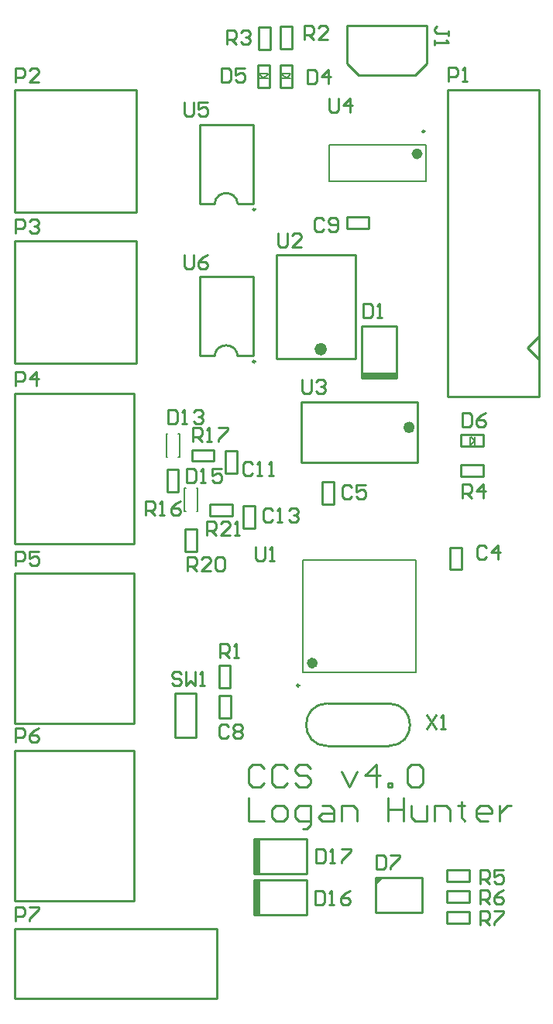
<source format=gto>
G04 Layer_Color=65535*
%FSLAX44Y44*%
%MOMM*%
G71*
G01*
G75*
%ADD23C,0.2540*%
%ADD40C,0.2500*%
%ADD41C,0.6000*%
%ADD42C,0.1524*%
%ADD43C,0.2000*%
%ADD44C,0.1270*%
%ADD45R,0.5080X3.6830*%
%ADD46R,3.6830X0.5080*%
D23*
X346127Y725839D02*
G03*
X346127Y725839I-5680J0D01*
G01*
X344463D02*
G03*
X344463Y725839I-4016J0D01*
G01*
X342987D02*
G03*
X342987Y725839I-2540J0D01*
G01*
X341717D02*
G03*
X341717Y725839I-1270J0D01*
G01*
X436941Y639054D02*
G03*
X435671Y640324I0J1270D01*
G01*
X434401D02*
G03*
X434669Y641460I2540J0D01*
G01*
X440751Y640324D02*
G03*
X440751Y640324I-3810J0D01*
G01*
X442021D02*
G03*
X442021Y640324I-5080J0D01*
G01*
X249698Y718464D02*
G03*
X224413Y718578I-12648J-1150D01*
G01*
X268800Y712234D02*
G03*
X268800Y712234I-1270J0D01*
G01*
X347767Y338600D02*
G03*
X347767Y292100I0J-23250D01*
G01*
X414767D02*
G03*
X414767Y338600I0J23250D01*
G01*
X249698Y884834D02*
G03*
X224413Y884948I-12648J-1150D01*
G01*
X268800Y878604D02*
G03*
X268800Y878604I-1270J0D01*
G01*
X342087Y580958D02*
X354587D01*
X342087Y556458D02*
Y580958D01*
Y556458D02*
X354587D01*
Y580958D01*
X267665Y190327D02*
X324815D01*
Y152227D02*
Y190327D01*
X267665Y152227D02*
X324815D01*
X267665D02*
Y190327D01*
Y146048D02*
X324815D01*
Y107948D02*
Y146048D01*
X267665Y107948D02*
X324815D01*
X267665D02*
Y146048D01*
X518475Y587176D02*
Y599676D01*
X493975D02*
X518475D01*
X493975Y587176D02*
Y599676D01*
Y587176D02*
X518475D01*
X229733Y346983D02*
X242233D01*
X229733Y322483D02*
Y346983D01*
Y322483D02*
X242233D01*
Y346983D01*
X385383Y694174D02*
Y751324D01*
X423484D01*
Y694174D02*
Y751324D01*
X385383Y694174D02*
X423484D01*
X292187Y715679D02*
Y828709D01*
X378547D01*
Y715679D02*
Y828709D01*
X292187Y715679D02*
X378547D01*
X318831Y668264D02*
X445831D01*
X318831Y602224D02*
Y668264D01*
Y602224D02*
X445831D01*
Y668264D01*
X494005Y632336D02*
X518505D01*
Y619836D02*
Y632336D01*
X494005Y619836D02*
X518505D01*
X494005D02*
Y632336D01*
X229204Y355411D02*
X241704D01*
Y379911D01*
X229204D02*
X241704D01*
X229204Y355411D02*
Y379911D01*
X368729Y870416D02*
X393229D01*
Y857916D02*
Y870416D01*
X368729Y857916D02*
X393229D01*
X368729D02*
Y870416D01*
X207846Y718578D02*
X224413D01*
X249818Y718584D02*
X266260D01*
X209110Y804944D02*
X266260D01*
X207840Y718584D02*
Y804944D01*
X266260Y718584D02*
Y804944D01*
X284900Y1053442D02*
Y1077942D01*
X272400Y1053442D02*
X284900D01*
X272400D02*
Y1077942D01*
X284900D01*
X309116Y1053827D02*
Y1078327D01*
X296616Y1053827D02*
X309116D01*
X296616D02*
Y1078327D01*
X309116D01*
X296616Y1036657D02*
X309116D01*
X296616Y1012157D02*
Y1036657D01*
Y1012157D02*
X309116D01*
Y1036657D01*
X271930Y1036620D02*
X284430D01*
X271930Y1012120D02*
Y1036620D01*
Y1012120D02*
X284430D01*
Y1036620D01*
X502486Y98263D02*
Y110763D01*
X477985D02*
X502486D01*
X477985Y98263D02*
Y110763D01*
Y98263D02*
X502486D01*
Y121317D02*
Y133817D01*
X477985D02*
X502486D01*
X477985Y121317D02*
Y133817D01*
Y121317D02*
X502486D01*
Y144371D02*
Y156871D01*
X477985D02*
X502486D01*
X477985Y144371D02*
Y156871D01*
Y144371D02*
X502486D01*
X347767Y338600D02*
X414767D01*
X347767Y292100D02*
X414767D01*
X481599Y509311D02*
X494099D01*
X481599Y484811D02*
Y509311D01*
Y484811D02*
X494099D01*
Y509311D01*
X400122Y145232D02*
X403297D01*
X402662Y145867D02*
X404567Y147772D01*
Y148407D01*
X402662D02*
X404567D01*
X400122Y145867D02*
X402662Y148407D01*
X400122Y145867D02*
X402662Y148407D01*
X404567D01*
X402662D02*
X406472D01*
X400122Y145867D02*
X402662Y148407D01*
X400122Y145867D02*
Y148407D01*
Y142057D02*
Y148407D01*
Y142057D02*
X406472Y148407D01*
X450922Y110307D02*
Y119197D01*
X400122Y110307D02*
X450922D01*
X400122D02*
Y148407D01*
X450922D01*
Y114117D02*
Y148407D01*
X207846Y884948D02*
X224413D01*
X249818Y884954D02*
X266260D01*
X209110Y971314D02*
X266260D01*
X207840Y884954D02*
Y971314D01*
X266260Y884954D02*
Y971314D01*
X5576Y16140D02*
Y92339D01*
Y16140D02*
X226556D01*
Y92339D01*
X5576D02*
X226556D01*
X5505Y710004D02*
X138505D01*
Y844004D01*
X5505D02*
X138505D01*
X5505Y710004D02*
Y844004D01*
Y316413D02*
Y480663D01*
X136505D01*
X5505Y316413D02*
X136505D01*
Y480663D01*
X5505Y875104D02*
X138505D01*
Y1009104D01*
X5505D02*
X138505D01*
X5505Y875104D02*
Y1009104D01*
Y512763D02*
Y677013D01*
X136505D01*
X5505Y512763D02*
X136505D01*
Y677013D01*
X5505Y123023D02*
Y287273D01*
X136505D01*
X5505Y123023D02*
X136505D01*
Y287273D01*
X478909Y1009104D02*
X579240D01*
X478909Y673824D02*
Y1009104D01*
Y673824D02*
X579240D01*
Y1009104D01*
Y738594D02*
Y739864D01*
X566539Y727164D02*
X579240Y739864D01*
X566539Y727164D02*
X579240Y714464D01*
X368960Y1038125D02*
X381660Y1025425D01*
X368960Y1038125D02*
Y1049555D01*
Y1079625D01*
X456590Y1050825D02*
Y1079625D01*
Y1038125D02*
Y1050825D01*
X443890Y1025425D02*
X456590Y1038125D01*
X381660Y1025425D02*
X443890D01*
X368960Y1079625D02*
X456590D01*
X199408Y616002D02*
X223908D01*
Y603502D02*
Y616002D01*
X199408Y603502D02*
X223908D01*
X199408D02*
Y616002D01*
X172448Y570274D02*
Y594774D01*
X184948D01*
Y570274D02*
Y594774D01*
X172448Y570274D02*
X184948D01*
X236183Y590289D02*
Y614789D01*
X248683D01*
Y590289D02*
Y614789D01*
X236183Y590289D02*
X248683D01*
X192354Y504943D02*
Y529443D01*
X204854D01*
Y504943D02*
Y529443D01*
X192354Y504943D02*
X204854D01*
X219056Y556513D02*
X243556D01*
Y544013D02*
Y556513D01*
X219056Y544013D02*
X243556D01*
X219056D02*
Y556513D01*
X255771Y530448D02*
Y554948D01*
X268271D01*
Y530448D02*
Y554948D01*
X255771Y530448D02*
X268271D01*
X204363Y301705D02*
Y349965D01*
X181503Y301705D02*
X204363D01*
X181503D02*
Y349965D01*
X204363D01*
X278182Y268036D02*
X273950Y272268D01*
X265486D01*
X261254Y268036D01*
Y251108D01*
X265486Y246876D01*
X273950D01*
X278182Y251108D01*
X303573Y268036D02*
X299342Y272268D01*
X290877D01*
X286646Y268036D01*
Y251108D01*
X290877Y246876D01*
X299342D01*
X303573Y251108D01*
X328965Y268036D02*
X324733Y272268D01*
X316269D01*
X312037Y268036D01*
Y263804D01*
X316269Y259572D01*
X324733D01*
X328965Y255340D01*
Y251108D01*
X324733Y246876D01*
X316269D01*
X312037Y251108D01*
X362821Y263804D02*
X371285Y246876D01*
X379749Y263804D01*
X400909Y246876D02*
Y272268D01*
X388213Y259572D01*
X405141D01*
X413605Y246876D02*
Y251108D01*
X417836D01*
Y246876D01*
X413605D01*
X434764Y268036D02*
X438996Y272268D01*
X447460D01*
X451692Y268036D01*
Y251108D01*
X447460Y246876D01*
X438996D01*
X434764Y251108D01*
Y268036D01*
X261254Y235702D02*
Y210310D01*
X278182D01*
X290877D02*
X299342D01*
X303573Y214542D01*
Y223006D01*
X299342Y227238D01*
X290877D01*
X286646Y223006D01*
Y214542D01*
X290877Y210310D01*
X320501Y201846D02*
X324733D01*
X328965Y206078D01*
Y227238D01*
X316269D01*
X312037Y223006D01*
Y214542D01*
X316269Y210310D01*
X328965D01*
X341661Y227238D02*
X350125D01*
X354357Y223006D01*
Y210310D01*
X341661D01*
X337429Y214542D01*
X341661Y218774D01*
X354357D01*
X362821Y210310D02*
Y227238D01*
X375517D01*
X379749Y223006D01*
Y210310D01*
X413605Y235702D02*
Y210310D01*
Y223006D01*
X430532D01*
Y235702D01*
Y210310D01*
X438996Y227238D02*
Y214542D01*
X443228Y210310D01*
X455924D01*
Y227238D01*
X464388Y210310D02*
Y227238D01*
X477084D01*
X481316Y223006D01*
Y210310D01*
X494012Y231470D02*
Y227238D01*
X489780D01*
X498244D01*
X494012D01*
Y214542D01*
X498244Y210310D01*
X523636D02*
X515172D01*
X510940Y214542D01*
Y223006D01*
X515172Y227238D01*
X523636D01*
X527868Y223006D01*
Y218774D01*
X510940D01*
X536332Y227238D02*
Y210310D01*
Y218774D01*
X540564Y223006D01*
X544795Y227238D01*
X549027D01*
X335486Y179233D02*
Y163999D01*
X343104D01*
X345643Y166538D01*
Y176694D01*
X343104Y179233D01*
X335486D01*
X350721Y163999D02*
X355800D01*
X353260D01*
Y179233D01*
X350721Y176694D01*
X363417Y179233D02*
X373574D01*
Y176694D01*
X363417Y166538D01*
Y163999D01*
X334273Y133742D02*
Y118506D01*
X341891D01*
X344430Y121046D01*
Y131202D01*
X341891Y133742D01*
X334273D01*
X349508Y118506D02*
X354586D01*
X352047D01*
Y133742D01*
X349508Y131202D01*
X372361Y133742D02*
X367282Y131202D01*
X362204Y126124D01*
Y121046D01*
X364743Y118506D01*
X369822D01*
X372361Y121046D01*
Y123585D01*
X369822Y126124D01*
X362204D01*
X320127Y692271D02*
Y679575D01*
X322666Y677036D01*
X327744D01*
X330284Y679575D01*
Y692271D01*
X335362Y689732D02*
X337901Y692271D01*
X342980D01*
X345519Y689732D01*
Y687192D01*
X342980Y684653D01*
X340440D01*
X342980D01*
X345519Y682114D01*
Y679575D01*
X342980Y677036D01*
X337901D01*
X335362Y679575D01*
X293511Y852915D02*
Y840219D01*
X296050Y837680D01*
X301128D01*
X303667Y840219D01*
Y852915D01*
X318902Y837680D02*
X308746D01*
X318902Y847837D01*
Y850376D01*
X316363Y852915D01*
X311285D01*
X308746Y850376D01*
X187580Y370966D02*
X185041Y373505D01*
X179963D01*
X177423Y370966D01*
Y368427D01*
X179963Y365888D01*
X185041D01*
X187580Y363348D01*
Y360809D01*
X185041Y358270D01*
X179963D01*
X177423Y360809D01*
X192659Y373505D02*
Y358270D01*
X197737Y363348D01*
X202815Y358270D01*
Y373505D01*
X207894Y358270D02*
X212972D01*
X210433D01*
Y373505D01*
X207894Y370966D01*
X494947Y562763D02*
Y577998D01*
X502564D01*
X505103Y575459D01*
Y570381D01*
X502564Y567841D01*
X494947D01*
X500025D02*
X505103Y562763D01*
X517799D02*
Y577998D01*
X510182Y570381D01*
X520338D01*
X230356Y388699D02*
Y403935D01*
X237973D01*
X240513Y401395D01*
Y396317D01*
X237973Y393778D01*
X230356D01*
X235434D02*
X240513Y388699D01*
X245591D02*
X250669D01*
X248130D01*
Y403935D01*
X245591Y401395D01*
X495176Y656396D02*
Y641161D01*
X502793D01*
X505333Y643700D01*
Y653857D01*
X502793Y656396D01*
X495176D01*
X520568D02*
X515489Y653857D01*
X510411Y648778D01*
Y643700D01*
X512950Y641161D01*
X518028D01*
X520568Y643700D01*
Y646239D01*
X518028Y648778D01*
X510411D01*
X386664Y775480D02*
Y760245D01*
X394282D01*
X396821Y762785D01*
Y772941D01*
X394282Y775480D01*
X386664D01*
X401899Y760245D02*
X406978D01*
X404439D01*
Y775480D01*
X401899Y772941D01*
X239398Y313302D02*
X236859Y315841D01*
X231781D01*
X229242Y313302D01*
Y303146D01*
X231781Y300606D01*
X236859D01*
X239398Y303146D01*
X244477Y313302D02*
X247016Y315841D01*
X252094D01*
X254633Y313302D01*
Y310763D01*
X252094Y308224D01*
X254633Y305685D01*
Y303146D01*
X252094Y300606D01*
X247016D01*
X244477Y303146D01*
Y305685D01*
X247016Y308224D01*
X244477Y310763D01*
Y313302D01*
X247016Y308224D02*
X252094D01*
X191584Y829069D02*
Y816373D01*
X194123Y813834D01*
X199202D01*
X201741Y816373D01*
Y829069D01*
X216976D02*
X211898Y826530D01*
X206819Y821451D01*
Y816373D01*
X209358Y813834D01*
X214437D01*
X216976Y816373D01*
Y818912D01*
X214437Y821451D01*
X206819D01*
X456025Y326218D02*
X466182Y310983D01*
Y326218D02*
X456025Y310983D01*
X471260D02*
X476339D01*
X473800D01*
Y326218D01*
X471260Y323679D01*
X269141Y509770D02*
Y497074D01*
X271680Y494534D01*
X276759D01*
X279298Y497074D01*
Y509770D01*
X284376Y494534D02*
X289455D01*
X286915D01*
Y509770D01*
X284376Y507230D01*
X514794Y96776D02*
Y112011D01*
X522412D01*
X524951Y109472D01*
Y104393D01*
X522412Y101854D01*
X514794D01*
X519873D02*
X524951Y96776D01*
X530029Y112011D02*
X540186D01*
Y109472D01*
X530029Y99315D01*
Y96776D01*
X514794Y119559D02*
Y134794D01*
X522412D01*
X524951Y132255D01*
Y127177D01*
X522412Y124638D01*
X514794D01*
X519873D02*
X524951Y119559D01*
X540186Y134794D02*
X535108Y132255D01*
X530029Y127177D01*
Y122099D01*
X532569Y119559D01*
X537647D01*
X540186Y122099D01*
Y124638D01*
X537647Y127177D01*
X530029D01*
X514794Y141631D02*
Y156866D01*
X522412D01*
X524951Y154327D01*
Y149249D01*
X522412Y146709D01*
X514794D01*
X519873D02*
X524951Y141631D01*
X540186Y156866D02*
X530029D01*
Y149249D01*
X535108Y151788D01*
X537647D01*
X540186Y149249D01*
Y144170D01*
X537647Y141631D01*
X532569D01*
X530029Y144170D01*
X401303Y172538D02*
Y157303D01*
X408920D01*
X411459Y159842D01*
Y169999D01*
X408920Y172538D01*
X401303D01*
X416538D02*
X426694D01*
Y169999D01*
X416538Y159842D01*
Y157303D01*
X373837Y575055D02*
X371298Y577594D01*
X366219D01*
X363680Y575055D01*
Y564898D01*
X366219Y562359D01*
X371298D01*
X373837Y564898D01*
X389072Y577594D02*
X378915D01*
Y569977D01*
X383994Y572516D01*
X386533D01*
X389072Y569977D01*
Y564898D01*
X386533Y562359D01*
X381454D01*
X378915Y564898D01*
X521233Y508817D02*
X518694Y511357D01*
X513615D01*
X511076Y508817D01*
Y498661D01*
X513615Y496121D01*
X518694D01*
X521233Y498661D01*
X533929Y496121D02*
Y511357D01*
X526311Y503739D01*
X536468D01*
X343998Y866868D02*
X341459Y869407D01*
X336380D01*
X333841Y866868D01*
Y856711D01*
X336380Y854172D01*
X341459D01*
X343998Y856711D01*
X349076D02*
X351615Y854172D01*
X356694D01*
X359233Y856711D01*
Y866868D01*
X356694Y869407D01*
X351615D01*
X349076Y866868D01*
Y864329D01*
X351615Y861789D01*
X359233D01*
X325807Y1031083D02*
Y1015848D01*
X333424D01*
X335963Y1018387D01*
Y1028544D01*
X333424Y1031083D01*
X325807D01*
X348659Y1015848D02*
Y1031083D01*
X341042Y1023465D01*
X351198D01*
X231982Y1033282D02*
Y1018047D01*
X239599D01*
X242139Y1020586D01*
Y1030743D01*
X239599Y1033282D01*
X231982D01*
X257374D02*
X247217D01*
Y1025665D01*
X252295Y1028204D01*
X254834D01*
X257374Y1025665D01*
Y1020586D01*
X254834Y1018047D01*
X249756D01*
X247217Y1020586D01*
X479767Y1068602D02*
Y1073681D01*
Y1071142D01*
X467071D01*
X464532Y1073681D01*
Y1076220D01*
X467071Y1078759D01*
X464532Y1063524D02*
Y1058446D01*
Y1060985D01*
X479767D01*
X477228Y1063524D01*
X479872Y1018319D02*
Y1033554D01*
X487490D01*
X490029Y1031015D01*
Y1025936D01*
X487490Y1023397D01*
X479872D01*
X495107Y1018319D02*
X500186D01*
X497646D01*
Y1033554D01*
X495107Y1031015D01*
X6769Y1018050D02*
Y1033285D01*
X14387D01*
X16926Y1030746D01*
Y1025667D01*
X14387Y1023128D01*
X6769D01*
X32161Y1018050D02*
X22004D01*
X32161Y1028207D01*
Y1030746D01*
X29622Y1033285D01*
X24544D01*
X22004Y1030746D01*
X6769Y852950D02*
Y868185D01*
X14387D01*
X16926Y865646D01*
Y860567D01*
X14387Y858028D01*
X6769D01*
X22004Y865646D02*
X24544Y868185D01*
X29622D01*
X32161Y865646D01*
Y863107D01*
X29622Y860567D01*
X27083D01*
X29622D01*
X32161Y858028D01*
Y855489D01*
X29622Y852950D01*
X24544D01*
X22004Y855489D01*
X6740Y685881D02*
Y701116D01*
X14357D01*
X16896Y698577D01*
Y693498D01*
X14357Y690959D01*
X6740D01*
X29592Y685881D02*
Y701116D01*
X21975Y693498D01*
X32131D01*
X6740Y489531D02*
Y504766D01*
X14357D01*
X16896Y502226D01*
Y497148D01*
X14357Y494609D01*
X6740D01*
X32131Y504766D02*
X21975D01*
Y497148D01*
X27053Y499687D01*
X29592D01*
X32131Y497148D01*
Y492070D01*
X29592Y489531D01*
X24514D01*
X21975Y492070D01*
X6740Y296141D02*
Y311376D01*
X14357D01*
X16896Y308837D01*
Y303758D01*
X14357Y301219D01*
X6740D01*
X32131Y311376D02*
X27053Y308837D01*
X21975Y303758D01*
Y298680D01*
X24514Y296141D01*
X29592D01*
X32131Y298680D01*
Y301219D01*
X29592Y303758D01*
X21975D01*
X6761Y101242D02*
Y116477D01*
X14378D01*
X16917Y113937D01*
Y108859D01*
X14378Y106320D01*
X6761D01*
X21996Y116477D02*
X32152D01*
Y113937D01*
X21996Y103781D01*
Y101242D01*
X322386Y1063982D02*
Y1079217D01*
X330003D01*
X332543Y1076678D01*
Y1071600D01*
X330003Y1069060D01*
X322386D01*
X327464D02*
X332543Y1063982D01*
X347778D02*
X337621D01*
X347778Y1074139D01*
Y1076678D01*
X345238Y1079217D01*
X340160D01*
X337621Y1076678D01*
X238144Y1059249D02*
Y1074484D01*
X245762D01*
X248301Y1071945D01*
Y1066866D01*
X245762Y1064327D01*
X238144D01*
X243222D02*
X248301Y1059249D01*
X253379Y1071945D02*
X255918Y1074484D01*
X260996D01*
X263536Y1071945D01*
Y1069406D01*
X260996Y1066866D01*
X258457D01*
X260996D01*
X263536Y1064327D01*
Y1061788D01*
X260996Y1059249D01*
X255918D01*
X253379Y1061788D01*
X349416Y1000355D02*
Y987660D01*
X351956Y985120D01*
X357034D01*
X359573Y987660D01*
Y1000355D01*
X372269Y985120D02*
Y1000355D01*
X364651Y992738D01*
X374808D01*
X191584Y995439D02*
Y982743D01*
X194123Y980204D01*
X199202D01*
X201741Y982743D01*
Y995439D01*
X216976D02*
X206819D01*
Y987822D01*
X211898Y990361D01*
X214437D01*
X216976Y987822D01*
Y982743D01*
X214437Y980204D01*
X209358D01*
X206819Y982743D01*
X265844Y600541D02*
X263305Y603080D01*
X258227D01*
X255688Y600541D01*
Y590385D01*
X258227Y587845D01*
X263305D01*
X265844Y590385D01*
X270923Y587845D02*
X276001D01*
X273462D01*
Y603080D01*
X270923Y600541D01*
X283619Y587845D02*
X288697D01*
X286158D01*
Y603080D01*
X283619Y600541D01*
X288096Y549610D02*
X285557Y552149D01*
X280478D01*
X277939Y549610D01*
Y539454D01*
X280478Y536914D01*
X285557D01*
X288096Y539454D01*
X293174Y536914D02*
X298252D01*
X295713D01*
Y552149D01*
X293174Y549610D01*
X305870D02*
X308409Y552149D01*
X313487D01*
X316027Y549610D01*
Y547071D01*
X313487Y544532D01*
X310948D01*
X313487D01*
X316027Y541993D01*
Y539454D01*
X313487Y536914D01*
X308409D01*
X305870Y539454D01*
X173684Y659515D02*
Y644280D01*
X181301D01*
X183841Y646819D01*
Y656975D01*
X181301Y659515D01*
X173684D01*
X188919Y644280D02*
X193997D01*
X191458D01*
Y659515D01*
X188919Y656975D01*
X201615D02*
X204154Y659515D01*
X209232D01*
X211772Y656975D01*
Y654436D01*
X209232Y651897D01*
X206693D01*
X209232D01*
X211772Y649358D01*
Y646819D01*
X209232Y644280D01*
X204154D01*
X201615Y646819D01*
X194170Y595282D02*
Y580047D01*
X201787D01*
X204326Y582587D01*
Y592743D01*
X201787Y595282D01*
X194170D01*
X209405Y580047D02*
X214483D01*
X211944D01*
Y595282D01*
X209405Y592743D01*
X232257Y595282D02*
X222101D01*
Y587665D01*
X227179Y590204D01*
X229718D01*
X232257Y587665D01*
Y582587D01*
X229718Y580047D01*
X224640D01*
X222101Y582587D01*
X149012Y544540D02*
Y559775D01*
X156630D01*
X159169Y557236D01*
Y552157D01*
X156630Y549618D01*
X149012D01*
X154090D02*
X159169Y544540D01*
X164247D02*
X169326D01*
X166786D01*
Y559775D01*
X164247Y557236D01*
X187100Y559775D02*
X182021Y557236D01*
X176943Y552157D01*
Y547079D01*
X179482Y544540D01*
X184561D01*
X187100Y547079D01*
Y549618D01*
X184561Y552157D01*
X176943D01*
X200777Y624997D02*
Y640232D01*
X208395D01*
X210934Y637693D01*
Y632615D01*
X208395Y630076D01*
X200777D01*
X205856D02*
X210934Y624997D01*
X216012D02*
X221091D01*
X218552D01*
Y640232D01*
X216012Y637693D01*
X228708Y640232D02*
X238865D01*
Y637693D01*
X228708Y627537D01*
Y624997D01*
X194870Y483655D02*
Y498890D01*
X202487D01*
X205026Y496351D01*
Y491272D01*
X202487Y488733D01*
X194870D01*
X199948D02*
X205026Y483655D01*
X220262D02*
X210105D01*
X220262Y493812D01*
Y496351D01*
X217722Y498890D01*
X212644D01*
X210105Y496351D01*
X225340D02*
X227879Y498890D01*
X232957D01*
X235497Y496351D01*
Y486194D01*
X232957Y483655D01*
X227879D01*
X225340Y486194D01*
Y496351D01*
X215831Y522429D02*
Y537663D01*
X223449D01*
X225988Y535124D01*
Y530046D01*
X223449Y527507D01*
X215831D01*
X220909D02*
X225988Y522429D01*
X241223D02*
X231066D01*
X241223Y532585D01*
Y535124D01*
X238684Y537663D01*
X233605D01*
X231066Y535124D01*
X246301Y522429D02*
X251380D01*
X248840D01*
Y537663D01*
X246301Y535124D01*
D40*
X316929Y358282D02*
G03*
X316929Y358282I-1250J0D01*
G01*
X454016Y963890D02*
G03*
X454016Y963890I-1250J0D01*
G01*
D41*
X334179Y382782D02*
G03*
X334179Y382782I-3000J0D01*
G01*
X448766Y939390D02*
G03*
X448766Y939390I-3000J0D01*
G01*
D42*
X503685Y621476D02*
Y630366D01*
X508765Y621476D02*
Y630366D01*
X504320D02*
X508765Y625921D01*
X504320Y621476D02*
X508765Y625921D01*
X298256Y1026342D02*
X302701Y1021897D01*
X307146Y1026342D01*
X298256Y1021897D02*
X307146D01*
X298256Y1026977D02*
X307146D01*
X273570Y1026305D02*
X278015Y1021860D01*
X282460Y1026305D01*
X273570Y1021860D02*
X282460D01*
X273570Y1026940D02*
X282460D01*
D43*
X321179Y372782D02*
X444179D01*
X321179Y495782D02*
X444179D01*
X321179Y372782D02*
Y495782D01*
X444179Y372782D02*
Y495782D01*
X349766Y949390D02*
X455766D01*
X349766Y909390D02*
X455766D01*
Y949390D01*
X349766Y909390D02*
Y949390D01*
D44*
X171813Y633423D02*
X173083D01*
X184767Y607769D02*
X186037D01*
X184767Y633169D02*
X186037D01*
X171813Y608023D02*
X173083D01*
X186037Y607769D02*
Y633169D01*
X171813Y608023D02*
Y633423D01*
X191523Y574107D02*
X192793D01*
X204477Y548453D02*
X205747D01*
X204477Y573853D02*
X205747D01*
X191523Y548707D02*
X192793D01*
X205747Y548453D02*
Y573853D01*
X191523Y548707D02*
Y574107D01*
D45*
X271475Y170642D02*
D03*
Y126363D02*
D03*
D46*
X405069Y697984D02*
D03*
M02*

</source>
